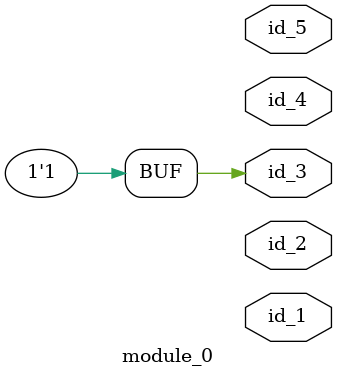
<source format=v>
`define pp_5 0
module module_0 (
    id_1,
    id_2,
    id_3,
    id_4,
    id_5
);
  output id_5;
  output id_4;
  output id_3;
  output id_2;
  output id_1;
  assign id_3 = 1;
endmodule

</source>
